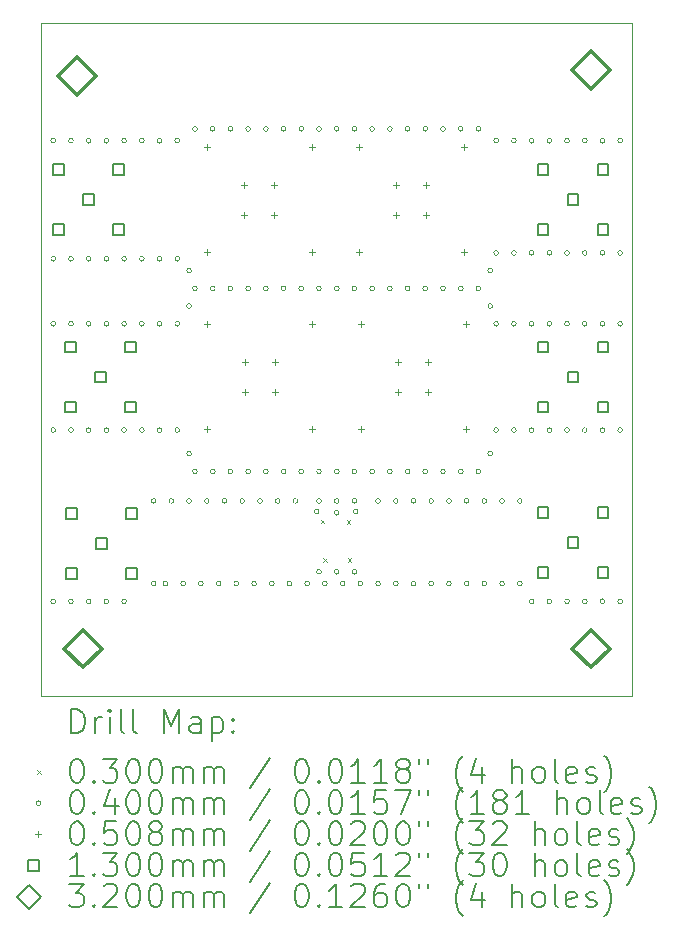
<source format=gbr>
%FSLAX45Y45*%
G04 Gerber Fmt 4.5, Leading zero omitted, Abs format (unit mm)*
G04 Created by KiCad (PCBNEW (6.0.0)) date 2022-07-22 11:55:12*
%MOMM*%
%LPD*%
G01*
G04 APERTURE LIST*
%TA.AperFunction,Profile*%
%ADD10C,0.100000*%
%TD*%
%ADD11C,0.200000*%
%ADD12C,0.030000*%
%ADD13C,0.040000*%
%ADD14C,0.050800*%
%ADD15C,0.130048*%
%ADD16C,0.320000*%
G04 APERTURE END LIST*
D10*
X13500000Y-9200000D02*
X18500000Y-9200000D01*
X18500000Y-3500000D02*
X13500000Y-3500000D01*
X13500000Y-3500000D02*
X13500000Y-9200000D01*
X18500000Y-9200000D02*
X18500000Y-3500000D01*
D11*
D12*
X15865000Y-7710000D02*
X15895000Y-7740000D01*
X15895000Y-7710000D02*
X15865000Y-7740000D01*
X15885000Y-8035000D02*
X15915000Y-8065000D01*
X15915000Y-8035000D02*
X15885000Y-8065000D01*
X16085000Y-7715000D02*
X16115000Y-7745000D01*
X16115000Y-7715000D02*
X16085000Y-7745000D01*
X16095000Y-8035000D02*
X16125000Y-8065000D01*
X16125000Y-8035000D02*
X16095000Y-8065000D01*
D13*
X13620000Y-4500000D02*
G75*
G03*
X13620000Y-4500000I-20000J0D01*
G01*
X13620000Y-5500000D02*
G75*
G03*
X13620000Y-5500000I-20000J0D01*
G01*
X13620000Y-6050000D02*
G75*
G03*
X13620000Y-6050000I-20000J0D01*
G01*
X13620000Y-6950000D02*
G75*
G03*
X13620000Y-6950000I-20000J0D01*
G01*
X13620000Y-8400000D02*
G75*
G03*
X13620000Y-8400000I-20000J0D01*
G01*
X13770000Y-4500000D02*
G75*
G03*
X13770000Y-4500000I-20000J0D01*
G01*
X13770000Y-5500000D02*
G75*
G03*
X13770000Y-5500000I-20000J0D01*
G01*
X13770000Y-6050000D02*
G75*
G03*
X13770000Y-6050000I-20000J0D01*
G01*
X13770000Y-6950000D02*
G75*
G03*
X13770000Y-6950000I-20000J0D01*
G01*
X13770000Y-8400000D02*
G75*
G03*
X13770000Y-8400000I-20000J0D01*
G01*
X13920000Y-4500000D02*
G75*
G03*
X13920000Y-4500000I-20000J0D01*
G01*
X13920000Y-5500000D02*
G75*
G03*
X13920000Y-5500000I-20000J0D01*
G01*
X13920000Y-6050000D02*
G75*
G03*
X13920000Y-6050000I-20000J0D01*
G01*
X13920000Y-6950000D02*
G75*
G03*
X13920000Y-6950000I-20000J0D01*
G01*
X13920000Y-8400000D02*
G75*
G03*
X13920000Y-8400000I-20000J0D01*
G01*
X14070000Y-4500000D02*
G75*
G03*
X14070000Y-4500000I-20000J0D01*
G01*
X14070000Y-5500000D02*
G75*
G03*
X14070000Y-5500000I-20000J0D01*
G01*
X14070000Y-6050000D02*
G75*
G03*
X14070000Y-6050000I-20000J0D01*
G01*
X14070000Y-6950000D02*
G75*
G03*
X14070000Y-6950000I-20000J0D01*
G01*
X14070000Y-8400000D02*
G75*
G03*
X14070000Y-8400000I-20000J0D01*
G01*
X14220000Y-4500000D02*
G75*
G03*
X14220000Y-4500000I-20000J0D01*
G01*
X14220000Y-5500000D02*
G75*
G03*
X14220000Y-5500000I-20000J0D01*
G01*
X14220000Y-6050000D02*
G75*
G03*
X14220000Y-6050000I-20000J0D01*
G01*
X14220000Y-6950000D02*
G75*
G03*
X14220000Y-6950000I-20000J0D01*
G01*
X14220000Y-8400000D02*
G75*
G03*
X14220000Y-8400000I-20000J0D01*
G01*
X14370000Y-4500000D02*
G75*
G03*
X14370000Y-4500000I-20000J0D01*
G01*
X14370000Y-5500000D02*
G75*
G03*
X14370000Y-5500000I-20000J0D01*
G01*
X14370000Y-6050000D02*
G75*
G03*
X14370000Y-6050000I-20000J0D01*
G01*
X14370000Y-6950000D02*
G75*
G03*
X14370000Y-6950000I-20000J0D01*
G01*
X14470000Y-7550000D02*
G75*
G03*
X14470000Y-7550000I-20000J0D01*
G01*
X14470000Y-8250000D02*
G75*
G03*
X14470000Y-8250000I-20000J0D01*
G01*
X14520000Y-4500000D02*
G75*
G03*
X14520000Y-4500000I-20000J0D01*
G01*
X14520000Y-5500000D02*
G75*
G03*
X14520000Y-5500000I-20000J0D01*
G01*
X14520000Y-6050000D02*
G75*
G03*
X14520000Y-6050000I-20000J0D01*
G01*
X14520000Y-6950000D02*
G75*
G03*
X14520000Y-6950000I-20000J0D01*
G01*
X14570000Y-8250000D02*
G75*
G03*
X14570000Y-8250000I-20000J0D01*
G01*
X14620000Y-7550000D02*
G75*
G03*
X14620000Y-7550000I-20000J0D01*
G01*
X14670000Y-4500000D02*
G75*
G03*
X14670000Y-4500000I-20000J0D01*
G01*
X14670000Y-5500000D02*
G75*
G03*
X14670000Y-5500000I-20000J0D01*
G01*
X14670000Y-6050000D02*
G75*
G03*
X14670000Y-6050000I-20000J0D01*
G01*
X14670000Y-6950000D02*
G75*
G03*
X14670000Y-6950000I-20000J0D01*
G01*
X14720000Y-8250000D02*
G75*
G03*
X14720000Y-8250000I-20000J0D01*
G01*
X14770000Y-5600000D02*
G75*
G03*
X14770000Y-5600000I-20000J0D01*
G01*
X14770000Y-5900000D02*
G75*
G03*
X14770000Y-5900000I-20000J0D01*
G01*
X14770000Y-7150000D02*
G75*
G03*
X14770000Y-7150000I-20000J0D01*
G01*
X14770000Y-7550000D02*
G75*
G03*
X14770000Y-7550000I-20000J0D01*
G01*
X14820000Y-4400000D02*
G75*
G03*
X14820000Y-4400000I-20000J0D01*
G01*
X14820000Y-5750000D02*
G75*
G03*
X14820000Y-5750000I-20000J0D01*
G01*
X14820000Y-7300000D02*
G75*
G03*
X14820000Y-7300000I-20000J0D01*
G01*
X14870000Y-8250000D02*
G75*
G03*
X14870000Y-8250000I-20000J0D01*
G01*
X14920000Y-7550000D02*
G75*
G03*
X14920000Y-7550000I-20000J0D01*
G01*
X14970000Y-4400000D02*
G75*
G03*
X14970000Y-4400000I-20000J0D01*
G01*
X14970000Y-5750000D02*
G75*
G03*
X14970000Y-5750000I-20000J0D01*
G01*
X14970000Y-7300000D02*
G75*
G03*
X14970000Y-7300000I-20000J0D01*
G01*
X15020000Y-8250000D02*
G75*
G03*
X15020000Y-8250000I-20000J0D01*
G01*
X15070000Y-7550000D02*
G75*
G03*
X15070000Y-7550000I-20000J0D01*
G01*
X15120000Y-4400000D02*
G75*
G03*
X15120000Y-4400000I-20000J0D01*
G01*
X15120000Y-5750000D02*
G75*
G03*
X15120000Y-5750000I-20000J0D01*
G01*
X15120000Y-7300000D02*
G75*
G03*
X15120000Y-7300000I-20000J0D01*
G01*
X15170000Y-8250000D02*
G75*
G03*
X15170000Y-8250000I-20000J0D01*
G01*
X15220000Y-7550000D02*
G75*
G03*
X15220000Y-7550000I-20000J0D01*
G01*
X15270000Y-4400000D02*
G75*
G03*
X15270000Y-4400000I-20000J0D01*
G01*
X15270000Y-5750000D02*
G75*
G03*
X15270000Y-5750000I-20000J0D01*
G01*
X15270000Y-7300000D02*
G75*
G03*
X15270000Y-7300000I-20000J0D01*
G01*
X15320000Y-8250000D02*
G75*
G03*
X15320000Y-8250000I-20000J0D01*
G01*
X15370000Y-7550000D02*
G75*
G03*
X15370000Y-7550000I-20000J0D01*
G01*
X15420000Y-4400000D02*
G75*
G03*
X15420000Y-4400000I-20000J0D01*
G01*
X15420000Y-5750000D02*
G75*
G03*
X15420000Y-5750000I-20000J0D01*
G01*
X15420000Y-7300000D02*
G75*
G03*
X15420000Y-7300000I-20000J0D01*
G01*
X15470000Y-8250000D02*
G75*
G03*
X15470000Y-8250000I-20000J0D01*
G01*
X15520000Y-7550000D02*
G75*
G03*
X15520000Y-7550000I-20000J0D01*
G01*
X15570000Y-4400000D02*
G75*
G03*
X15570000Y-4400000I-20000J0D01*
G01*
X15570000Y-5750000D02*
G75*
G03*
X15570000Y-5750000I-20000J0D01*
G01*
X15570000Y-7300000D02*
G75*
G03*
X15570000Y-7300000I-20000J0D01*
G01*
X15620000Y-8250000D02*
G75*
G03*
X15620000Y-8250000I-20000J0D01*
G01*
X15670000Y-7550000D02*
G75*
G03*
X15670000Y-7550000I-20000J0D01*
G01*
X15720000Y-4400000D02*
G75*
G03*
X15720000Y-4400000I-20000J0D01*
G01*
X15720000Y-5750000D02*
G75*
G03*
X15720000Y-5750000I-20000J0D01*
G01*
X15720000Y-7300000D02*
G75*
G03*
X15720000Y-7300000I-20000J0D01*
G01*
X15770000Y-8250000D02*
G75*
G03*
X15770000Y-8250000I-20000J0D01*
G01*
X15850000Y-7640000D02*
G75*
G03*
X15850000Y-7640000I-20000J0D01*
G01*
X15870000Y-4400000D02*
G75*
G03*
X15870000Y-4400000I-20000J0D01*
G01*
X15870000Y-5750000D02*
G75*
G03*
X15870000Y-5750000I-20000J0D01*
G01*
X15870000Y-7300000D02*
G75*
G03*
X15870000Y-7300000I-20000J0D01*
G01*
X15870000Y-7550000D02*
G75*
G03*
X15870000Y-7550000I-20000J0D01*
G01*
X15870000Y-8150000D02*
G75*
G03*
X15870000Y-8150000I-20000J0D01*
G01*
X15920000Y-8250000D02*
G75*
G03*
X15920000Y-8250000I-20000J0D01*
G01*
X16020000Y-4400000D02*
G75*
G03*
X16020000Y-4400000I-20000J0D01*
G01*
X16020000Y-5750000D02*
G75*
G03*
X16020000Y-5750000I-20000J0D01*
G01*
X16020000Y-7300000D02*
G75*
G03*
X16020000Y-7300000I-20000J0D01*
G01*
X16020000Y-7550000D02*
G75*
G03*
X16020000Y-7550000I-20000J0D01*
G01*
X16020000Y-7650000D02*
G75*
G03*
X16020000Y-7650000I-20000J0D01*
G01*
X16020000Y-8150000D02*
G75*
G03*
X16020000Y-8150000I-20000J0D01*
G01*
X16070000Y-8250000D02*
G75*
G03*
X16070000Y-8250000I-20000J0D01*
G01*
X16170000Y-4400000D02*
G75*
G03*
X16170000Y-4400000I-20000J0D01*
G01*
X16170000Y-5750000D02*
G75*
G03*
X16170000Y-5750000I-20000J0D01*
G01*
X16170000Y-7300000D02*
G75*
G03*
X16170000Y-7300000I-20000J0D01*
G01*
X16170000Y-7550000D02*
G75*
G03*
X16170000Y-7550000I-20000J0D01*
G01*
X16170000Y-8150000D02*
G75*
G03*
X16170000Y-8150000I-20000J0D01*
G01*
X16180000Y-7640000D02*
G75*
G03*
X16180000Y-7640000I-20000J0D01*
G01*
X16220000Y-8250000D02*
G75*
G03*
X16220000Y-8250000I-20000J0D01*
G01*
X16320000Y-4400000D02*
G75*
G03*
X16320000Y-4400000I-20000J0D01*
G01*
X16320000Y-5750000D02*
G75*
G03*
X16320000Y-5750000I-20000J0D01*
G01*
X16320000Y-7300000D02*
G75*
G03*
X16320000Y-7300000I-20000J0D01*
G01*
X16370000Y-7550000D02*
G75*
G03*
X16370000Y-7550000I-20000J0D01*
G01*
X16370000Y-8250000D02*
G75*
G03*
X16370000Y-8250000I-20000J0D01*
G01*
X16470000Y-4400000D02*
G75*
G03*
X16470000Y-4400000I-20000J0D01*
G01*
X16470000Y-5750000D02*
G75*
G03*
X16470000Y-5750000I-20000J0D01*
G01*
X16470000Y-7300000D02*
G75*
G03*
X16470000Y-7300000I-20000J0D01*
G01*
X16520000Y-7550000D02*
G75*
G03*
X16520000Y-7550000I-20000J0D01*
G01*
X16520000Y-8250000D02*
G75*
G03*
X16520000Y-8250000I-20000J0D01*
G01*
X16620000Y-4400000D02*
G75*
G03*
X16620000Y-4400000I-20000J0D01*
G01*
X16620000Y-5750000D02*
G75*
G03*
X16620000Y-5750000I-20000J0D01*
G01*
X16620000Y-7300000D02*
G75*
G03*
X16620000Y-7300000I-20000J0D01*
G01*
X16670000Y-7550000D02*
G75*
G03*
X16670000Y-7550000I-20000J0D01*
G01*
X16670000Y-8250000D02*
G75*
G03*
X16670000Y-8250000I-20000J0D01*
G01*
X16770000Y-4400000D02*
G75*
G03*
X16770000Y-4400000I-20000J0D01*
G01*
X16770000Y-5750000D02*
G75*
G03*
X16770000Y-5750000I-20000J0D01*
G01*
X16770000Y-7300000D02*
G75*
G03*
X16770000Y-7300000I-20000J0D01*
G01*
X16820000Y-7550000D02*
G75*
G03*
X16820000Y-7550000I-20000J0D01*
G01*
X16820000Y-8250000D02*
G75*
G03*
X16820000Y-8250000I-20000J0D01*
G01*
X16920000Y-4400000D02*
G75*
G03*
X16920000Y-4400000I-20000J0D01*
G01*
X16920000Y-5750000D02*
G75*
G03*
X16920000Y-5750000I-20000J0D01*
G01*
X16920000Y-7300000D02*
G75*
G03*
X16920000Y-7300000I-20000J0D01*
G01*
X16970000Y-7550000D02*
G75*
G03*
X16970000Y-7550000I-20000J0D01*
G01*
X16970000Y-8250000D02*
G75*
G03*
X16970000Y-8250000I-20000J0D01*
G01*
X17070000Y-4400000D02*
G75*
G03*
X17070000Y-4400000I-20000J0D01*
G01*
X17070000Y-5750000D02*
G75*
G03*
X17070000Y-5750000I-20000J0D01*
G01*
X17070000Y-7300000D02*
G75*
G03*
X17070000Y-7300000I-20000J0D01*
G01*
X17120000Y-7550000D02*
G75*
G03*
X17120000Y-7550000I-20000J0D01*
G01*
X17120000Y-8250000D02*
G75*
G03*
X17120000Y-8250000I-20000J0D01*
G01*
X17220000Y-4400000D02*
G75*
G03*
X17220000Y-4400000I-20000J0D01*
G01*
X17220000Y-5750000D02*
G75*
G03*
X17220000Y-5750000I-20000J0D01*
G01*
X17220000Y-7300000D02*
G75*
G03*
X17220000Y-7300000I-20000J0D01*
G01*
X17270000Y-7550000D02*
G75*
G03*
X17270000Y-7550000I-20000J0D01*
G01*
X17270000Y-8250000D02*
G75*
G03*
X17270000Y-8250000I-20000J0D01*
G01*
X17320000Y-5600000D02*
G75*
G03*
X17320000Y-5600000I-20000J0D01*
G01*
X17320000Y-5900000D02*
G75*
G03*
X17320000Y-5900000I-20000J0D01*
G01*
X17320000Y-7150000D02*
G75*
G03*
X17320000Y-7150000I-20000J0D01*
G01*
X17370000Y-4500000D02*
G75*
G03*
X17370000Y-4500000I-20000J0D01*
G01*
X17370000Y-5450000D02*
G75*
G03*
X17370000Y-5450000I-20000J0D01*
G01*
X17370000Y-6050000D02*
G75*
G03*
X17370000Y-6050000I-20000J0D01*
G01*
X17370000Y-6950000D02*
G75*
G03*
X17370000Y-6950000I-20000J0D01*
G01*
X17420000Y-7550000D02*
G75*
G03*
X17420000Y-7550000I-20000J0D01*
G01*
X17420000Y-8250000D02*
G75*
G03*
X17420000Y-8250000I-20000J0D01*
G01*
X17520000Y-4500000D02*
G75*
G03*
X17520000Y-4500000I-20000J0D01*
G01*
X17520000Y-5450000D02*
G75*
G03*
X17520000Y-5450000I-20000J0D01*
G01*
X17520000Y-6050000D02*
G75*
G03*
X17520000Y-6050000I-20000J0D01*
G01*
X17520000Y-6950000D02*
G75*
G03*
X17520000Y-6950000I-20000J0D01*
G01*
X17570000Y-7550000D02*
G75*
G03*
X17570000Y-7550000I-20000J0D01*
G01*
X17570000Y-8250000D02*
G75*
G03*
X17570000Y-8250000I-20000J0D01*
G01*
X17670000Y-4500000D02*
G75*
G03*
X17670000Y-4500000I-20000J0D01*
G01*
X17670000Y-5450000D02*
G75*
G03*
X17670000Y-5450000I-20000J0D01*
G01*
X17670000Y-6050000D02*
G75*
G03*
X17670000Y-6050000I-20000J0D01*
G01*
X17670000Y-6950000D02*
G75*
G03*
X17670000Y-6950000I-20000J0D01*
G01*
X17670000Y-8400000D02*
G75*
G03*
X17670000Y-8400000I-20000J0D01*
G01*
X17820000Y-4500000D02*
G75*
G03*
X17820000Y-4500000I-20000J0D01*
G01*
X17820000Y-5450000D02*
G75*
G03*
X17820000Y-5450000I-20000J0D01*
G01*
X17820000Y-6050000D02*
G75*
G03*
X17820000Y-6050000I-20000J0D01*
G01*
X17820000Y-6950000D02*
G75*
G03*
X17820000Y-6950000I-20000J0D01*
G01*
X17820000Y-8400000D02*
G75*
G03*
X17820000Y-8400000I-20000J0D01*
G01*
X17970000Y-4500000D02*
G75*
G03*
X17970000Y-4500000I-20000J0D01*
G01*
X17970000Y-5450000D02*
G75*
G03*
X17970000Y-5450000I-20000J0D01*
G01*
X17970000Y-6050000D02*
G75*
G03*
X17970000Y-6050000I-20000J0D01*
G01*
X17970000Y-6950000D02*
G75*
G03*
X17970000Y-6950000I-20000J0D01*
G01*
X17970000Y-8400000D02*
G75*
G03*
X17970000Y-8400000I-20000J0D01*
G01*
X18120000Y-4500000D02*
G75*
G03*
X18120000Y-4500000I-20000J0D01*
G01*
X18120000Y-5450000D02*
G75*
G03*
X18120000Y-5450000I-20000J0D01*
G01*
X18120000Y-6050000D02*
G75*
G03*
X18120000Y-6050000I-20000J0D01*
G01*
X18120000Y-6950000D02*
G75*
G03*
X18120000Y-6950000I-20000J0D01*
G01*
X18120000Y-8400000D02*
G75*
G03*
X18120000Y-8400000I-20000J0D01*
G01*
X18270000Y-4500000D02*
G75*
G03*
X18270000Y-4500000I-20000J0D01*
G01*
X18270000Y-5450000D02*
G75*
G03*
X18270000Y-5450000I-20000J0D01*
G01*
X18270000Y-6050000D02*
G75*
G03*
X18270000Y-6050000I-20000J0D01*
G01*
X18270000Y-6950000D02*
G75*
G03*
X18270000Y-6950000I-20000J0D01*
G01*
X18270000Y-8400000D02*
G75*
G03*
X18270000Y-8400000I-20000J0D01*
G01*
X18420000Y-4500000D02*
G75*
G03*
X18420000Y-4500000I-20000J0D01*
G01*
X18420000Y-5450000D02*
G75*
G03*
X18420000Y-5450000I-20000J0D01*
G01*
X18420000Y-6050000D02*
G75*
G03*
X18420000Y-6050000I-20000J0D01*
G01*
X18420000Y-6950000D02*
G75*
G03*
X18420000Y-6950000I-20000J0D01*
G01*
X18420000Y-8400000D02*
G75*
G03*
X18420000Y-8400000I-20000J0D01*
G01*
D14*
X14899100Y-4530100D02*
X14899100Y-4580900D01*
X14873700Y-4555500D02*
X14924500Y-4555500D01*
X14899100Y-5419100D02*
X14899100Y-5469900D01*
X14873700Y-5444500D02*
X14924500Y-5444500D01*
X14905500Y-6030100D02*
X14905500Y-6080900D01*
X14880100Y-6055500D02*
X14930900Y-6055500D01*
X14905500Y-6919100D02*
X14905500Y-6969900D01*
X14880100Y-6944500D02*
X14930900Y-6944500D01*
X15216600Y-4847600D02*
X15216600Y-4898400D01*
X15191200Y-4873000D02*
X15242000Y-4873000D01*
X15216600Y-5101600D02*
X15216600Y-5152400D01*
X15191200Y-5127000D02*
X15242000Y-5127000D01*
X15223000Y-6347600D02*
X15223000Y-6398400D01*
X15197600Y-6373000D02*
X15248400Y-6373000D01*
X15223000Y-6601600D02*
X15223000Y-6652400D01*
X15197600Y-6627000D02*
X15248400Y-6627000D01*
X15470600Y-4847600D02*
X15470600Y-4898400D01*
X15445200Y-4873000D02*
X15496000Y-4873000D01*
X15470600Y-5101600D02*
X15470600Y-5152400D01*
X15445200Y-5127000D02*
X15496000Y-5127000D01*
X15477000Y-6347600D02*
X15477000Y-6398400D01*
X15451600Y-6373000D02*
X15502400Y-6373000D01*
X15477000Y-6601600D02*
X15477000Y-6652400D01*
X15451600Y-6627000D02*
X15502400Y-6627000D01*
X15788100Y-4530100D02*
X15788100Y-4580900D01*
X15762700Y-4555500D02*
X15813500Y-4555500D01*
X15788100Y-5419100D02*
X15788100Y-5469900D01*
X15762700Y-5444500D02*
X15813500Y-5444500D01*
X15794500Y-6030100D02*
X15794500Y-6080900D01*
X15769100Y-6055500D02*
X15819900Y-6055500D01*
X15794500Y-6919100D02*
X15794500Y-6969900D01*
X15769100Y-6944500D02*
X15819900Y-6944500D01*
X16187200Y-4530100D02*
X16187200Y-4580900D01*
X16161800Y-4555500D02*
X16212600Y-4555500D01*
X16187200Y-5419100D02*
X16187200Y-5469900D01*
X16161800Y-5444500D02*
X16212600Y-5444500D01*
X16205500Y-6030100D02*
X16205500Y-6080900D01*
X16180100Y-6055500D02*
X16230900Y-6055500D01*
X16205500Y-6919100D02*
X16205500Y-6969900D01*
X16180100Y-6944500D02*
X16230900Y-6944500D01*
X16504700Y-4847600D02*
X16504700Y-4898400D01*
X16479300Y-4873000D02*
X16530100Y-4873000D01*
X16504700Y-5101600D02*
X16504700Y-5152400D01*
X16479300Y-5127000D02*
X16530100Y-5127000D01*
X16523000Y-6347600D02*
X16523000Y-6398400D01*
X16497600Y-6373000D02*
X16548400Y-6373000D01*
X16523000Y-6601600D02*
X16523000Y-6652400D01*
X16497600Y-6627000D02*
X16548400Y-6627000D01*
X16758700Y-4847600D02*
X16758700Y-4898400D01*
X16733300Y-4873000D02*
X16784100Y-4873000D01*
X16758700Y-5101600D02*
X16758700Y-5152400D01*
X16733300Y-5127000D02*
X16784100Y-5127000D01*
X16777000Y-6347600D02*
X16777000Y-6398400D01*
X16751600Y-6373000D02*
X16802400Y-6373000D01*
X16777000Y-6601600D02*
X16777000Y-6652400D01*
X16751600Y-6627000D02*
X16802400Y-6627000D01*
X17076200Y-4530100D02*
X17076200Y-4580900D01*
X17050800Y-4555500D02*
X17101600Y-4555500D01*
X17076200Y-5419100D02*
X17076200Y-5469900D01*
X17050800Y-5444500D02*
X17101600Y-5444500D01*
X17094500Y-6030100D02*
X17094500Y-6080900D01*
X17069100Y-6055500D02*
X17119900Y-6055500D01*
X17094500Y-6919100D02*
X17094500Y-6969900D01*
X17069100Y-6944500D02*
X17119900Y-6944500D01*
D15*
X13691979Y-4791979D02*
X13691979Y-4700021D01*
X13600021Y-4700021D01*
X13600021Y-4791979D01*
X13691979Y-4791979D01*
X13691979Y-5299979D02*
X13691979Y-5208021D01*
X13600021Y-5208021D01*
X13600021Y-5299979D01*
X13691979Y-5299979D01*
X13791979Y-6291979D02*
X13791979Y-6200021D01*
X13700021Y-6200021D01*
X13700021Y-6291979D01*
X13791979Y-6291979D01*
X13791979Y-6799979D02*
X13791979Y-6708021D01*
X13700021Y-6708021D01*
X13700021Y-6799979D01*
X13791979Y-6799979D01*
X13799084Y-7699979D02*
X13799084Y-7608021D01*
X13707125Y-7608021D01*
X13707125Y-7699979D01*
X13799084Y-7699979D01*
X13799084Y-8207979D02*
X13799084Y-8116021D01*
X13707125Y-8116021D01*
X13707125Y-8207979D01*
X13799084Y-8207979D01*
X13945979Y-5045979D02*
X13945979Y-4954021D01*
X13854021Y-4954021D01*
X13854021Y-5045979D01*
X13945979Y-5045979D01*
X14045979Y-6545979D02*
X14045979Y-6454021D01*
X13954021Y-6454021D01*
X13954021Y-6545979D01*
X14045979Y-6545979D01*
X14053084Y-7953979D02*
X14053084Y-7862021D01*
X13961125Y-7862021D01*
X13961125Y-7953979D01*
X14053084Y-7953979D01*
X14199979Y-4791979D02*
X14199979Y-4700021D01*
X14108021Y-4700021D01*
X14108021Y-4791979D01*
X14199979Y-4791979D01*
X14199979Y-5299979D02*
X14199979Y-5208021D01*
X14108021Y-5208021D01*
X14108021Y-5299979D01*
X14199979Y-5299979D01*
X14299979Y-6291979D02*
X14299979Y-6200021D01*
X14208021Y-6200021D01*
X14208021Y-6291979D01*
X14299979Y-6291979D01*
X14299979Y-6799979D02*
X14299979Y-6708021D01*
X14208021Y-6708021D01*
X14208021Y-6799979D01*
X14299979Y-6799979D01*
X14307084Y-7699979D02*
X14307084Y-7608021D01*
X14215125Y-7608021D01*
X14215125Y-7699979D01*
X14307084Y-7699979D01*
X14307084Y-8207979D02*
X14307084Y-8116021D01*
X14215125Y-8116021D01*
X14215125Y-8207979D01*
X14307084Y-8207979D01*
X17791979Y-4791979D02*
X17791979Y-4700021D01*
X17700021Y-4700021D01*
X17700021Y-4791979D01*
X17791979Y-4791979D01*
X17791979Y-5299979D02*
X17791979Y-5208021D01*
X17700021Y-5208021D01*
X17700021Y-5299979D01*
X17791979Y-5299979D01*
X17791979Y-6291979D02*
X17791979Y-6200021D01*
X17700021Y-6200021D01*
X17700021Y-6291979D01*
X17791979Y-6291979D01*
X17791979Y-6799979D02*
X17791979Y-6708021D01*
X17700021Y-6708021D01*
X17700021Y-6799979D01*
X17791979Y-6799979D01*
X17791979Y-7691979D02*
X17791979Y-7600021D01*
X17700021Y-7600021D01*
X17700021Y-7691979D01*
X17791979Y-7691979D01*
X17791979Y-8199979D02*
X17791979Y-8108021D01*
X17700021Y-8108021D01*
X17700021Y-8199979D01*
X17791979Y-8199979D01*
X18045979Y-5045979D02*
X18045979Y-4954021D01*
X17954021Y-4954021D01*
X17954021Y-5045979D01*
X18045979Y-5045979D01*
X18045979Y-6545979D02*
X18045979Y-6454021D01*
X17954021Y-6454021D01*
X17954021Y-6545979D01*
X18045979Y-6545979D01*
X18045979Y-7945979D02*
X18045979Y-7854021D01*
X17954021Y-7854021D01*
X17954021Y-7945979D01*
X18045979Y-7945979D01*
X18299979Y-4791979D02*
X18299979Y-4700021D01*
X18208021Y-4700021D01*
X18208021Y-4791979D01*
X18299979Y-4791979D01*
X18299979Y-5299979D02*
X18299979Y-5208021D01*
X18208021Y-5208021D01*
X18208021Y-5299979D01*
X18299979Y-5299979D01*
X18299979Y-6291979D02*
X18299979Y-6200021D01*
X18208021Y-6200021D01*
X18208021Y-6291979D01*
X18299979Y-6291979D01*
X18299979Y-6799979D02*
X18299979Y-6708021D01*
X18208021Y-6708021D01*
X18208021Y-6799979D01*
X18299979Y-6799979D01*
X18299979Y-7691979D02*
X18299979Y-7600021D01*
X18208021Y-7600021D01*
X18208021Y-7691979D01*
X18299979Y-7691979D01*
X18299979Y-8199979D02*
X18299979Y-8108021D01*
X18208021Y-8108021D01*
X18208021Y-8199979D01*
X18299979Y-8199979D01*
D16*
X13800000Y-4110000D02*
X13960000Y-3950000D01*
X13800000Y-3790000D01*
X13640000Y-3950000D01*
X13800000Y-4110000D01*
X13850000Y-8960000D02*
X14010000Y-8800000D01*
X13850000Y-8640000D01*
X13690000Y-8800000D01*
X13850000Y-8960000D01*
X18150000Y-4060000D02*
X18310000Y-3900000D01*
X18150000Y-3740000D01*
X17990000Y-3900000D01*
X18150000Y-4060000D01*
X18150000Y-8960000D02*
X18310000Y-8800000D01*
X18150000Y-8640000D01*
X17990000Y-8800000D01*
X18150000Y-8960000D01*
D11*
X13752619Y-9515476D02*
X13752619Y-9315476D01*
X13800238Y-9315476D01*
X13828809Y-9325000D01*
X13847857Y-9344048D01*
X13857381Y-9363095D01*
X13866905Y-9401190D01*
X13866905Y-9429762D01*
X13857381Y-9467857D01*
X13847857Y-9486905D01*
X13828809Y-9505952D01*
X13800238Y-9515476D01*
X13752619Y-9515476D01*
X13952619Y-9515476D02*
X13952619Y-9382143D01*
X13952619Y-9420238D02*
X13962143Y-9401190D01*
X13971667Y-9391667D01*
X13990714Y-9382143D01*
X14009762Y-9382143D01*
X14076428Y-9515476D02*
X14076428Y-9382143D01*
X14076428Y-9315476D02*
X14066905Y-9325000D01*
X14076428Y-9334524D01*
X14085952Y-9325000D01*
X14076428Y-9315476D01*
X14076428Y-9334524D01*
X14200238Y-9515476D02*
X14181190Y-9505952D01*
X14171667Y-9486905D01*
X14171667Y-9315476D01*
X14305000Y-9515476D02*
X14285952Y-9505952D01*
X14276428Y-9486905D01*
X14276428Y-9315476D01*
X14533571Y-9515476D02*
X14533571Y-9315476D01*
X14600238Y-9458333D01*
X14666905Y-9315476D01*
X14666905Y-9515476D01*
X14847857Y-9515476D02*
X14847857Y-9410714D01*
X14838333Y-9391667D01*
X14819286Y-9382143D01*
X14781190Y-9382143D01*
X14762143Y-9391667D01*
X14847857Y-9505952D02*
X14828809Y-9515476D01*
X14781190Y-9515476D01*
X14762143Y-9505952D01*
X14752619Y-9486905D01*
X14752619Y-9467857D01*
X14762143Y-9448810D01*
X14781190Y-9439286D01*
X14828809Y-9439286D01*
X14847857Y-9429762D01*
X14943095Y-9382143D02*
X14943095Y-9582143D01*
X14943095Y-9391667D02*
X14962143Y-9382143D01*
X15000238Y-9382143D01*
X15019286Y-9391667D01*
X15028809Y-9401190D01*
X15038333Y-9420238D01*
X15038333Y-9477381D01*
X15028809Y-9496429D01*
X15019286Y-9505952D01*
X15000238Y-9515476D01*
X14962143Y-9515476D01*
X14943095Y-9505952D01*
X15124048Y-9496429D02*
X15133571Y-9505952D01*
X15124048Y-9515476D01*
X15114524Y-9505952D01*
X15124048Y-9496429D01*
X15124048Y-9515476D01*
X15124048Y-9391667D02*
X15133571Y-9401190D01*
X15124048Y-9410714D01*
X15114524Y-9401190D01*
X15124048Y-9391667D01*
X15124048Y-9410714D01*
D12*
X13465000Y-9830000D02*
X13495000Y-9860000D01*
X13495000Y-9830000D02*
X13465000Y-9860000D01*
D11*
X13790714Y-9735476D02*
X13809762Y-9735476D01*
X13828809Y-9745000D01*
X13838333Y-9754524D01*
X13847857Y-9773571D01*
X13857381Y-9811667D01*
X13857381Y-9859286D01*
X13847857Y-9897381D01*
X13838333Y-9916429D01*
X13828809Y-9925952D01*
X13809762Y-9935476D01*
X13790714Y-9935476D01*
X13771667Y-9925952D01*
X13762143Y-9916429D01*
X13752619Y-9897381D01*
X13743095Y-9859286D01*
X13743095Y-9811667D01*
X13752619Y-9773571D01*
X13762143Y-9754524D01*
X13771667Y-9745000D01*
X13790714Y-9735476D01*
X13943095Y-9916429D02*
X13952619Y-9925952D01*
X13943095Y-9935476D01*
X13933571Y-9925952D01*
X13943095Y-9916429D01*
X13943095Y-9935476D01*
X14019286Y-9735476D02*
X14143095Y-9735476D01*
X14076428Y-9811667D01*
X14105000Y-9811667D01*
X14124048Y-9821190D01*
X14133571Y-9830714D01*
X14143095Y-9849762D01*
X14143095Y-9897381D01*
X14133571Y-9916429D01*
X14124048Y-9925952D01*
X14105000Y-9935476D01*
X14047857Y-9935476D01*
X14028809Y-9925952D01*
X14019286Y-9916429D01*
X14266905Y-9735476D02*
X14285952Y-9735476D01*
X14305000Y-9745000D01*
X14314524Y-9754524D01*
X14324048Y-9773571D01*
X14333571Y-9811667D01*
X14333571Y-9859286D01*
X14324048Y-9897381D01*
X14314524Y-9916429D01*
X14305000Y-9925952D01*
X14285952Y-9935476D01*
X14266905Y-9935476D01*
X14247857Y-9925952D01*
X14238333Y-9916429D01*
X14228809Y-9897381D01*
X14219286Y-9859286D01*
X14219286Y-9811667D01*
X14228809Y-9773571D01*
X14238333Y-9754524D01*
X14247857Y-9745000D01*
X14266905Y-9735476D01*
X14457381Y-9735476D02*
X14476428Y-9735476D01*
X14495476Y-9745000D01*
X14505000Y-9754524D01*
X14514524Y-9773571D01*
X14524048Y-9811667D01*
X14524048Y-9859286D01*
X14514524Y-9897381D01*
X14505000Y-9916429D01*
X14495476Y-9925952D01*
X14476428Y-9935476D01*
X14457381Y-9935476D01*
X14438333Y-9925952D01*
X14428809Y-9916429D01*
X14419286Y-9897381D01*
X14409762Y-9859286D01*
X14409762Y-9811667D01*
X14419286Y-9773571D01*
X14428809Y-9754524D01*
X14438333Y-9745000D01*
X14457381Y-9735476D01*
X14609762Y-9935476D02*
X14609762Y-9802143D01*
X14609762Y-9821190D02*
X14619286Y-9811667D01*
X14638333Y-9802143D01*
X14666905Y-9802143D01*
X14685952Y-9811667D01*
X14695476Y-9830714D01*
X14695476Y-9935476D01*
X14695476Y-9830714D02*
X14705000Y-9811667D01*
X14724048Y-9802143D01*
X14752619Y-9802143D01*
X14771667Y-9811667D01*
X14781190Y-9830714D01*
X14781190Y-9935476D01*
X14876428Y-9935476D02*
X14876428Y-9802143D01*
X14876428Y-9821190D02*
X14885952Y-9811667D01*
X14905000Y-9802143D01*
X14933571Y-9802143D01*
X14952619Y-9811667D01*
X14962143Y-9830714D01*
X14962143Y-9935476D01*
X14962143Y-9830714D02*
X14971667Y-9811667D01*
X14990714Y-9802143D01*
X15019286Y-9802143D01*
X15038333Y-9811667D01*
X15047857Y-9830714D01*
X15047857Y-9935476D01*
X15438333Y-9725952D02*
X15266905Y-9983095D01*
X15695476Y-9735476D02*
X15714524Y-9735476D01*
X15733571Y-9745000D01*
X15743095Y-9754524D01*
X15752619Y-9773571D01*
X15762143Y-9811667D01*
X15762143Y-9859286D01*
X15752619Y-9897381D01*
X15743095Y-9916429D01*
X15733571Y-9925952D01*
X15714524Y-9935476D01*
X15695476Y-9935476D01*
X15676428Y-9925952D01*
X15666905Y-9916429D01*
X15657381Y-9897381D01*
X15647857Y-9859286D01*
X15647857Y-9811667D01*
X15657381Y-9773571D01*
X15666905Y-9754524D01*
X15676428Y-9745000D01*
X15695476Y-9735476D01*
X15847857Y-9916429D02*
X15857381Y-9925952D01*
X15847857Y-9935476D01*
X15838333Y-9925952D01*
X15847857Y-9916429D01*
X15847857Y-9935476D01*
X15981190Y-9735476D02*
X16000238Y-9735476D01*
X16019286Y-9745000D01*
X16028809Y-9754524D01*
X16038333Y-9773571D01*
X16047857Y-9811667D01*
X16047857Y-9859286D01*
X16038333Y-9897381D01*
X16028809Y-9916429D01*
X16019286Y-9925952D01*
X16000238Y-9935476D01*
X15981190Y-9935476D01*
X15962143Y-9925952D01*
X15952619Y-9916429D01*
X15943095Y-9897381D01*
X15933571Y-9859286D01*
X15933571Y-9811667D01*
X15943095Y-9773571D01*
X15952619Y-9754524D01*
X15962143Y-9745000D01*
X15981190Y-9735476D01*
X16238333Y-9935476D02*
X16124048Y-9935476D01*
X16181190Y-9935476D02*
X16181190Y-9735476D01*
X16162143Y-9764048D01*
X16143095Y-9783095D01*
X16124048Y-9792619D01*
X16428809Y-9935476D02*
X16314524Y-9935476D01*
X16371667Y-9935476D02*
X16371667Y-9735476D01*
X16352619Y-9764048D01*
X16333571Y-9783095D01*
X16314524Y-9792619D01*
X16543095Y-9821190D02*
X16524048Y-9811667D01*
X16514524Y-9802143D01*
X16505000Y-9783095D01*
X16505000Y-9773571D01*
X16514524Y-9754524D01*
X16524048Y-9745000D01*
X16543095Y-9735476D01*
X16581190Y-9735476D01*
X16600238Y-9745000D01*
X16609762Y-9754524D01*
X16619286Y-9773571D01*
X16619286Y-9783095D01*
X16609762Y-9802143D01*
X16600238Y-9811667D01*
X16581190Y-9821190D01*
X16543095Y-9821190D01*
X16524048Y-9830714D01*
X16514524Y-9840238D01*
X16505000Y-9859286D01*
X16505000Y-9897381D01*
X16514524Y-9916429D01*
X16524048Y-9925952D01*
X16543095Y-9935476D01*
X16581190Y-9935476D01*
X16600238Y-9925952D01*
X16609762Y-9916429D01*
X16619286Y-9897381D01*
X16619286Y-9859286D01*
X16609762Y-9840238D01*
X16600238Y-9830714D01*
X16581190Y-9821190D01*
X16695476Y-9735476D02*
X16695476Y-9773571D01*
X16771667Y-9735476D02*
X16771667Y-9773571D01*
X17066905Y-10011667D02*
X17057381Y-10002143D01*
X17038333Y-9973571D01*
X17028810Y-9954524D01*
X17019286Y-9925952D01*
X17009762Y-9878333D01*
X17009762Y-9840238D01*
X17019286Y-9792619D01*
X17028810Y-9764048D01*
X17038333Y-9745000D01*
X17057381Y-9716429D01*
X17066905Y-9706905D01*
X17228810Y-9802143D02*
X17228810Y-9935476D01*
X17181190Y-9725952D02*
X17133571Y-9868810D01*
X17257381Y-9868810D01*
X17485952Y-9935476D02*
X17485952Y-9735476D01*
X17571667Y-9935476D02*
X17571667Y-9830714D01*
X17562143Y-9811667D01*
X17543095Y-9802143D01*
X17514524Y-9802143D01*
X17495476Y-9811667D01*
X17485952Y-9821190D01*
X17695476Y-9935476D02*
X17676429Y-9925952D01*
X17666905Y-9916429D01*
X17657381Y-9897381D01*
X17657381Y-9840238D01*
X17666905Y-9821190D01*
X17676429Y-9811667D01*
X17695476Y-9802143D01*
X17724048Y-9802143D01*
X17743095Y-9811667D01*
X17752619Y-9821190D01*
X17762143Y-9840238D01*
X17762143Y-9897381D01*
X17752619Y-9916429D01*
X17743095Y-9925952D01*
X17724048Y-9935476D01*
X17695476Y-9935476D01*
X17876429Y-9935476D02*
X17857381Y-9925952D01*
X17847857Y-9906905D01*
X17847857Y-9735476D01*
X18028810Y-9925952D02*
X18009762Y-9935476D01*
X17971667Y-9935476D01*
X17952619Y-9925952D01*
X17943095Y-9906905D01*
X17943095Y-9830714D01*
X17952619Y-9811667D01*
X17971667Y-9802143D01*
X18009762Y-9802143D01*
X18028810Y-9811667D01*
X18038333Y-9830714D01*
X18038333Y-9849762D01*
X17943095Y-9868810D01*
X18114524Y-9925952D02*
X18133571Y-9935476D01*
X18171667Y-9935476D01*
X18190714Y-9925952D01*
X18200238Y-9906905D01*
X18200238Y-9897381D01*
X18190714Y-9878333D01*
X18171667Y-9868810D01*
X18143095Y-9868810D01*
X18124048Y-9859286D01*
X18114524Y-9840238D01*
X18114524Y-9830714D01*
X18124048Y-9811667D01*
X18143095Y-9802143D01*
X18171667Y-9802143D01*
X18190714Y-9811667D01*
X18266905Y-10011667D02*
X18276429Y-10002143D01*
X18295476Y-9973571D01*
X18305000Y-9954524D01*
X18314524Y-9925952D01*
X18324048Y-9878333D01*
X18324048Y-9840238D01*
X18314524Y-9792619D01*
X18305000Y-9764048D01*
X18295476Y-9745000D01*
X18276429Y-9716429D01*
X18266905Y-9706905D01*
D13*
X13495000Y-10109000D02*
G75*
G03*
X13495000Y-10109000I-20000J0D01*
G01*
D11*
X13790714Y-9999476D02*
X13809762Y-9999476D01*
X13828809Y-10009000D01*
X13838333Y-10018524D01*
X13847857Y-10037571D01*
X13857381Y-10075667D01*
X13857381Y-10123286D01*
X13847857Y-10161381D01*
X13838333Y-10180429D01*
X13828809Y-10189952D01*
X13809762Y-10199476D01*
X13790714Y-10199476D01*
X13771667Y-10189952D01*
X13762143Y-10180429D01*
X13752619Y-10161381D01*
X13743095Y-10123286D01*
X13743095Y-10075667D01*
X13752619Y-10037571D01*
X13762143Y-10018524D01*
X13771667Y-10009000D01*
X13790714Y-9999476D01*
X13943095Y-10180429D02*
X13952619Y-10189952D01*
X13943095Y-10199476D01*
X13933571Y-10189952D01*
X13943095Y-10180429D01*
X13943095Y-10199476D01*
X14124048Y-10066143D02*
X14124048Y-10199476D01*
X14076428Y-9989952D02*
X14028809Y-10132810D01*
X14152619Y-10132810D01*
X14266905Y-9999476D02*
X14285952Y-9999476D01*
X14305000Y-10009000D01*
X14314524Y-10018524D01*
X14324048Y-10037571D01*
X14333571Y-10075667D01*
X14333571Y-10123286D01*
X14324048Y-10161381D01*
X14314524Y-10180429D01*
X14305000Y-10189952D01*
X14285952Y-10199476D01*
X14266905Y-10199476D01*
X14247857Y-10189952D01*
X14238333Y-10180429D01*
X14228809Y-10161381D01*
X14219286Y-10123286D01*
X14219286Y-10075667D01*
X14228809Y-10037571D01*
X14238333Y-10018524D01*
X14247857Y-10009000D01*
X14266905Y-9999476D01*
X14457381Y-9999476D02*
X14476428Y-9999476D01*
X14495476Y-10009000D01*
X14505000Y-10018524D01*
X14514524Y-10037571D01*
X14524048Y-10075667D01*
X14524048Y-10123286D01*
X14514524Y-10161381D01*
X14505000Y-10180429D01*
X14495476Y-10189952D01*
X14476428Y-10199476D01*
X14457381Y-10199476D01*
X14438333Y-10189952D01*
X14428809Y-10180429D01*
X14419286Y-10161381D01*
X14409762Y-10123286D01*
X14409762Y-10075667D01*
X14419286Y-10037571D01*
X14428809Y-10018524D01*
X14438333Y-10009000D01*
X14457381Y-9999476D01*
X14609762Y-10199476D02*
X14609762Y-10066143D01*
X14609762Y-10085190D02*
X14619286Y-10075667D01*
X14638333Y-10066143D01*
X14666905Y-10066143D01*
X14685952Y-10075667D01*
X14695476Y-10094714D01*
X14695476Y-10199476D01*
X14695476Y-10094714D02*
X14705000Y-10075667D01*
X14724048Y-10066143D01*
X14752619Y-10066143D01*
X14771667Y-10075667D01*
X14781190Y-10094714D01*
X14781190Y-10199476D01*
X14876428Y-10199476D02*
X14876428Y-10066143D01*
X14876428Y-10085190D02*
X14885952Y-10075667D01*
X14905000Y-10066143D01*
X14933571Y-10066143D01*
X14952619Y-10075667D01*
X14962143Y-10094714D01*
X14962143Y-10199476D01*
X14962143Y-10094714D02*
X14971667Y-10075667D01*
X14990714Y-10066143D01*
X15019286Y-10066143D01*
X15038333Y-10075667D01*
X15047857Y-10094714D01*
X15047857Y-10199476D01*
X15438333Y-9989952D02*
X15266905Y-10247095D01*
X15695476Y-9999476D02*
X15714524Y-9999476D01*
X15733571Y-10009000D01*
X15743095Y-10018524D01*
X15752619Y-10037571D01*
X15762143Y-10075667D01*
X15762143Y-10123286D01*
X15752619Y-10161381D01*
X15743095Y-10180429D01*
X15733571Y-10189952D01*
X15714524Y-10199476D01*
X15695476Y-10199476D01*
X15676428Y-10189952D01*
X15666905Y-10180429D01*
X15657381Y-10161381D01*
X15647857Y-10123286D01*
X15647857Y-10075667D01*
X15657381Y-10037571D01*
X15666905Y-10018524D01*
X15676428Y-10009000D01*
X15695476Y-9999476D01*
X15847857Y-10180429D02*
X15857381Y-10189952D01*
X15847857Y-10199476D01*
X15838333Y-10189952D01*
X15847857Y-10180429D01*
X15847857Y-10199476D01*
X15981190Y-9999476D02*
X16000238Y-9999476D01*
X16019286Y-10009000D01*
X16028809Y-10018524D01*
X16038333Y-10037571D01*
X16047857Y-10075667D01*
X16047857Y-10123286D01*
X16038333Y-10161381D01*
X16028809Y-10180429D01*
X16019286Y-10189952D01*
X16000238Y-10199476D01*
X15981190Y-10199476D01*
X15962143Y-10189952D01*
X15952619Y-10180429D01*
X15943095Y-10161381D01*
X15933571Y-10123286D01*
X15933571Y-10075667D01*
X15943095Y-10037571D01*
X15952619Y-10018524D01*
X15962143Y-10009000D01*
X15981190Y-9999476D01*
X16238333Y-10199476D02*
X16124048Y-10199476D01*
X16181190Y-10199476D02*
X16181190Y-9999476D01*
X16162143Y-10028048D01*
X16143095Y-10047095D01*
X16124048Y-10056619D01*
X16419286Y-9999476D02*
X16324048Y-9999476D01*
X16314524Y-10094714D01*
X16324048Y-10085190D01*
X16343095Y-10075667D01*
X16390714Y-10075667D01*
X16409762Y-10085190D01*
X16419286Y-10094714D01*
X16428809Y-10113762D01*
X16428809Y-10161381D01*
X16419286Y-10180429D01*
X16409762Y-10189952D01*
X16390714Y-10199476D01*
X16343095Y-10199476D01*
X16324048Y-10189952D01*
X16314524Y-10180429D01*
X16495476Y-9999476D02*
X16628809Y-9999476D01*
X16543095Y-10199476D01*
X16695476Y-9999476D02*
X16695476Y-10037571D01*
X16771667Y-9999476D02*
X16771667Y-10037571D01*
X17066905Y-10275667D02*
X17057381Y-10266143D01*
X17038333Y-10237571D01*
X17028810Y-10218524D01*
X17019286Y-10189952D01*
X17009762Y-10142333D01*
X17009762Y-10104238D01*
X17019286Y-10056619D01*
X17028810Y-10028048D01*
X17038333Y-10009000D01*
X17057381Y-9980429D01*
X17066905Y-9970905D01*
X17247857Y-10199476D02*
X17133571Y-10199476D01*
X17190714Y-10199476D02*
X17190714Y-9999476D01*
X17171667Y-10028048D01*
X17152619Y-10047095D01*
X17133571Y-10056619D01*
X17362143Y-10085190D02*
X17343095Y-10075667D01*
X17333571Y-10066143D01*
X17324048Y-10047095D01*
X17324048Y-10037571D01*
X17333571Y-10018524D01*
X17343095Y-10009000D01*
X17362143Y-9999476D01*
X17400238Y-9999476D01*
X17419286Y-10009000D01*
X17428810Y-10018524D01*
X17438333Y-10037571D01*
X17438333Y-10047095D01*
X17428810Y-10066143D01*
X17419286Y-10075667D01*
X17400238Y-10085190D01*
X17362143Y-10085190D01*
X17343095Y-10094714D01*
X17333571Y-10104238D01*
X17324048Y-10123286D01*
X17324048Y-10161381D01*
X17333571Y-10180429D01*
X17343095Y-10189952D01*
X17362143Y-10199476D01*
X17400238Y-10199476D01*
X17419286Y-10189952D01*
X17428810Y-10180429D01*
X17438333Y-10161381D01*
X17438333Y-10123286D01*
X17428810Y-10104238D01*
X17419286Y-10094714D01*
X17400238Y-10085190D01*
X17628810Y-10199476D02*
X17514524Y-10199476D01*
X17571667Y-10199476D02*
X17571667Y-9999476D01*
X17552619Y-10028048D01*
X17533571Y-10047095D01*
X17514524Y-10056619D01*
X17866905Y-10199476D02*
X17866905Y-9999476D01*
X17952619Y-10199476D02*
X17952619Y-10094714D01*
X17943095Y-10075667D01*
X17924048Y-10066143D01*
X17895476Y-10066143D01*
X17876429Y-10075667D01*
X17866905Y-10085190D01*
X18076429Y-10199476D02*
X18057381Y-10189952D01*
X18047857Y-10180429D01*
X18038333Y-10161381D01*
X18038333Y-10104238D01*
X18047857Y-10085190D01*
X18057381Y-10075667D01*
X18076429Y-10066143D01*
X18105000Y-10066143D01*
X18124048Y-10075667D01*
X18133571Y-10085190D01*
X18143095Y-10104238D01*
X18143095Y-10161381D01*
X18133571Y-10180429D01*
X18124048Y-10189952D01*
X18105000Y-10199476D01*
X18076429Y-10199476D01*
X18257381Y-10199476D02*
X18238333Y-10189952D01*
X18228810Y-10170905D01*
X18228810Y-9999476D01*
X18409762Y-10189952D02*
X18390714Y-10199476D01*
X18352619Y-10199476D01*
X18333571Y-10189952D01*
X18324048Y-10170905D01*
X18324048Y-10094714D01*
X18333571Y-10075667D01*
X18352619Y-10066143D01*
X18390714Y-10066143D01*
X18409762Y-10075667D01*
X18419286Y-10094714D01*
X18419286Y-10113762D01*
X18324048Y-10132810D01*
X18495476Y-10189952D02*
X18514524Y-10199476D01*
X18552619Y-10199476D01*
X18571667Y-10189952D01*
X18581190Y-10170905D01*
X18581190Y-10161381D01*
X18571667Y-10142333D01*
X18552619Y-10132810D01*
X18524048Y-10132810D01*
X18505000Y-10123286D01*
X18495476Y-10104238D01*
X18495476Y-10094714D01*
X18505000Y-10075667D01*
X18524048Y-10066143D01*
X18552619Y-10066143D01*
X18571667Y-10075667D01*
X18647857Y-10275667D02*
X18657381Y-10266143D01*
X18676429Y-10237571D01*
X18685952Y-10218524D01*
X18695476Y-10189952D01*
X18705000Y-10142333D01*
X18705000Y-10104238D01*
X18695476Y-10056619D01*
X18685952Y-10028048D01*
X18676429Y-10009000D01*
X18657381Y-9980429D01*
X18647857Y-9970905D01*
D14*
X13469600Y-10347600D02*
X13469600Y-10398400D01*
X13444200Y-10373000D02*
X13495000Y-10373000D01*
D11*
X13790714Y-10263476D02*
X13809762Y-10263476D01*
X13828809Y-10273000D01*
X13838333Y-10282524D01*
X13847857Y-10301571D01*
X13857381Y-10339667D01*
X13857381Y-10387286D01*
X13847857Y-10425381D01*
X13838333Y-10444429D01*
X13828809Y-10453952D01*
X13809762Y-10463476D01*
X13790714Y-10463476D01*
X13771667Y-10453952D01*
X13762143Y-10444429D01*
X13752619Y-10425381D01*
X13743095Y-10387286D01*
X13743095Y-10339667D01*
X13752619Y-10301571D01*
X13762143Y-10282524D01*
X13771667Y-10273000D01*
X13790714Y-10263476D01*
X13943095Y-10444429D02*
X13952619Y-10453952D01*
X13943095Y-10463476D01*
X13933571Y-10453952D01*
X13943095Y-10444429D01*
X13943095Y-10463476D01*
X14133571Y-10263476D02*
X14038333Y-10263476D01*
X14028809Y-10358714D01*
X14038333Y-10349190D01*
X14057381Y-10339667D01*
X14105000Y-10339667D01*
X14124048Y-10349190D01*
X14133571Y-10358714D01*
X14143095Y-10377762D01*
X14143095Y-10425381D01*
X14133571Y-10444429D01*
X14124048Y-10453952D01*
X14105000Y-10463476D01*
X14057381Y-10463476D01*
X14038333Y-10453952D01*
X14028809Y-10444429D01*
X14266905Y-10263476D02*
X14285952Y-10263476D01*
X14305000Y-10273000D01*
X14314524Y-10282524D01*
X14324048Y-10301571D01*
X14333571Y-10339667D01*
X14333571Y-10387286D01*
X14324048Y-10425381D01*
X14314524Y-10444429D01*
X14305000Y-10453952D01*
X14285952Y-10463476D01*
X14266905Y-10463476D01*
X14247857Y-10453952D01*
X14238333Y-10444429D01*
X14228809Y-10425381D01*
X14219286Y-10387286D01*
X14219286Y-10339667D01*
X14228809Y-10301571D01*
X14238333Y-10282524D01*
X14247857Y-10273000D01*
X14266905Y-10263476D01*
X14447857Y-10349190D02*
X14428809Y-10339667D01*
X14419286Y-10330143D01*
X14409762Y-10311095D01*
X14409762Y-10301571D01*
X14419286Y-10282524D01*
X14428809Y-10273000D01*
X14447857Y-10263476D01*
X14485952Y-10263476D01*
X14505000Y-10273000D01*
X14514524Y-10282524D01*
X14524048Y-10301571D01*
X14524048Y-10311095D01*
X14514524Y-10330143D01*
X14505000Y-10339667D01*
X14485952Y-10349190D01*
X14447857Y-10349190D01*
X14428809Y-10358714D01*
X14419286Y-10368238D01*
X14409762Y-10387286D01*
X14409762Y-10425381D01*
X14419286Y-10444429D01*
X14428809Y-10453952D01*
X14447857Y-10463476D01*
X14485952Y-10463476D01*
X14505000Y-10453952D01*
X14514524Y-10444429D01*
X14524048Y-10425381D01*
X14524048Y-10387286D01*
X14514524Y-10368238D01*
X14505000Y-10358714D01*
X14485952Y-10349190D01*
X14609762Y-10463476D02*
X14609762Y-10330143D01*
X14609762Y-10349190D02*
X14619286Y-10339667D01*
X14638333Y-10330143D01*
X14666905Y-10330143D01*
X14685952Y-10339667D01*
X14695476Y-10358714D01*
X14695476Y-10463476D01*
X14695476Y-10358714D02*
X14705000Y-10339667D01*
X14724048Y-10330143D01*
X14752619Y-10330143D01*
X14771667Y-10339667D01*
X14781190Y-10358714D01*
X14781190Y-10463476D01*
X14876428Y-10463476D02*
X14876428Y-10330143D01*
X14876428Y-10349190D02*
X14885952Y-10339667D01*
X14905000Y-10330143D01*
X14933571Y-10330143D01*
X14952619Y-10339667D01*
X14962143Y-10358714D01*
X14962143Y-10463476D01*
X14962143Y-10358714D02*
X14971667Y-10339667D01*
X14990714Y-10330143D01*
X15019286Y-10330143D01*
X15038333Y-10339667D01*
X15047857Y-10358714D01*
X15047857Y-10463476D01*
X15438333Y-10253952D02*
X15266905Y-10511095D01*
X15695476Y-10263476D02*
X15714524Y-10263476D01*
X15733571Y-10273000D01*
X15743095Y-10282524D01*
X15752619Y-10301571D01*
X15762143Y-10339667D01*
X15762143Y-10387286D01*
X15752619Y-10425381D01*
X15743095Y-10444429D01*
X15733571Y-10453952D01*
X15714524Y-10463476D01*
X15695476Y-10463476D01*
X15676428Y-10453952D01*
X15666905Y-10444429D01*
X15657381Y-10425381D01*
X15647857Y-10387286D01*
X15647857Y-10339667D01*
X15657381Y-10301571D01*
X15666905Y-10282524D01*
X15676428Y-10273000D01*
X15695476Y-10263476D01*
X15847857Y-10444429D02*
X15857381Y-10453952D01*
X15847857Y-10463476D01*
X15838333Y-10453952D01*
X15847857Y-10444429D01*
X15847857Y-10463476D01*
X15981190Y-10263476D02*
X16000238Y-10263476D01*
X16019286Y-10273000D01*
X16028809Y-10282524D01*
X16038333Y-10301571D01*
X16047857Y-10339667D01*
X16047857Y-10387286D01*
X16038333Y-10425381D01*
X16028809Y-10444429D01*
X16019286Y-10453952D01*
X16000238Y-10463476D01*
X15981190Y-10463476D01*
X15962143Y-10453952D01*
X15952619Y-10444429D01*
X15943095Y-10425381D01*
X15933571Y-10387286D01*
X15933571Y-10339667D01*
X15943095Y-10301571D01*
X15952619Y-10282524D01*
X15962143Y-10273000D01*
X15981190Y-10263476D01*
X16124048Y-10282524D02*
X16133571Y-10273000D01*
X16152619Y-10263476D01*
X16200238Y-10263476D01*
X16219286Y-10273000D01*
X16228809Y-10282524D01*
X16238333Y-10301571D01*
X16238333Y-10320619D01*
X16228809Y-10349190D01*
X16114524Y-10463476D01*
X16238333Y-10463476D01*
X16362143Y-10263476D02*
X16381190Y-10263476D01*
X16400238Y-10273000D01*
X16409762Y-10282524D01*
X16419286Y-10301571D01*
X16428809Y-10339667D01*
X16428809Y-10387286D01*
X16419286Y-10425381D01*
X16409762Y-10444429D01*
X16400238Y-10453952D01*
X16381190Y-10463476D01*
X16362143Y-10463476D01*
X16343095Y-10453952D01*
X16333571Y-10444429D01*
X16324048Y-10425381D01*
X16314524Y-10387286D01*
X16314524Y-10339667D01*
X16324048Y-10301571D01*
X16333571Y-10282524D01*
X16343095Y-10273000D01*
X16362143Y-10263476D01*
X16552619Y-10263476D02*
X16571667Y-10263476D01*
X16590714Y-10273000D01*
X16600238Y-10282524D01*
X16609762Y-10301571D01*
X16619286Y-10339667D01*
X16619286Y-10387286D01*
X16609762Y-10425381D01*
X16600238Y-10444429D01*
X16590714Y-10453952D01*
X16571667Y-10463476D01*
X16552619Y-10463476D01*
X16533571Y-10453952D01*
X16524048Y-10444429D01*
X16514524Y-10425381D01*
X16505000Y-10387286D01*
X16505000Y-10339667D01*
X16514524Y-10301571D01*
X16524048Y-10282524D01*
X16533571Y-10273000D01*
X16552619Y-10263476D01*
X16695476Y-10263476D02*
X16695476Y-10301571D01*
X16771667Y-10263476D02*
X16771667Y-10301571D01*
X17066905Y-10539667D02*
X17057381Y-10530143D01*
X17038333Y-10501571D01*
X17028810Y-10482524D01*
X17019286Y-10453952D01*
X17009762Y-10406333D01*
X17009762Y-10368238D01*
X17019286Y-10320619D01*
X17028810Y-10292048D01*
X17038333Y-10273000D01*
X17057381Y-10244429D01*
X17066905Y-10234905D01*
X17124048Y-10263476D02*
X17247857Y-10263476D01*
X17181190Y-10339667D01*
X17209762Y-10339667D01*
X17228810Y-10349190D01*
X17238333Y-10358714D01*
X17247857Y-10377762D01*
X17247857Y-10425381D01*
X17238333Y-10444429D01*
X17228810Y-10453952D01*
X17209762Y-10463476D01*
X17152619Y-10463476D01*
X17133571Y-10453952D01*
X17124048Y-10444429D01*
X17324048Y-10282524D02*
X17333571Y-10273000D01*
X17352619Y-10263476D01*
X17400238Y-10263476D01*
X17419286Y-10273000D01*
X17428810Y-10282524D01*
X17438333Y-10301571D01*
X17438333Y-10320619D01*
X17428810Y-10349190D01*
X17314524Y-10463476D01*
X17438333Y-10463476D01*
X17676429Y-10463476D02*
X17676429Y-10263476D01*
X17762143Y-10463476D02*
X17762143Y-10358714D01*
X17752619Y-10339667D01*
X17733571Y-10330143D01*
X17705000Y-10330143D01*
X17685952Y-10339667D01*
X17676429Y-10349190D01*
X17885952Y-10463476D02*
X17866905Y-10453952D01*
X17857381Y-10444429D01*
X17847857Y-10425381D01*
X17847857Y-10368238D01*
X17857381Y-10349190D01*
X17866905Y-10339667D01*
X17885952Y-10330143D01*
X17914524Y-10330143D01*
X17933571Y-10339667D01*
X17943095Y-10349190D01*
X17952619Y-10368238D01*
X17952619Y-10425381D01*
X17943095Y-10444429D01*
X17933571Y-10453952D01*
X17914524Y-10463476D01*
X17885952Y-10463476D01*
X18066905Y-10463476D02*
X18047857Y-10453952D01*
X18038333Y-10434905D01*
X18038333Y-10263476D01*
X18219286Y-10453952D02*
X18200238Y-10463476D01*
X18162143Y-10463476D01*
X18143095Y-10453952D01*
X18133571Y-10434905D01*
X18133571Y-10358714D01*
X18143095Y-10339667D01*
X18162143Y-10330143D01*
X18200238Y-10330143D01*
X18219286Y-10339667D01*
X18228810Y-10358714D01*
X18228810Y-10377762D01*
X18133571Y-10396810D01*
X18305000Y-10453952D02*
X18324048Y-10463476D01*
X18362143Y-10463476D01*
X18381190Y-10453952D01*
X18390714Y-10434905D01*
X18390714Y-10425381D01*
X18381190Y-10406333D01*
X18362143Y-10396810D01*
X18333571Y-10396810D01*
X18314524Y-10387286D01*
X18305000Y-10368238D01*
X18305000Y-10358714D01*
X18314524Y-10339667D01*
X18333571Y-10330143D01*
X18362143Y-10330143D01*
X18381190Y-10339667D01*
X18457381Y-10539667D02*
X18466905Y-10530143D01*
X18485952Y-10501571D01*
X18495476Y-10482524D01*
X18505000Y-10453952D01*
X18514524Y-10406333D01*
X18514524Y-10368238D01*
X18505000Y-10320619D01*
X18495476Y-10292048D01*
X18485952Y-10273000D01*
X18466905Y-10244429D01*
X18457381Y-10234905D01*
D15*
X13475955Y-10682979D02*
X13475955Y-10591021D01*
X13383997Y-10591021D01*
X13383997Y-10682979D01*
X13475955Y-10682979D01*
D11*
X13857381Y-10727476D02*
X13743095Y-10727476D01*
X13800238Y-10727476D02*
X13800238Y-10527476D01*
X13781190Y-10556048D01*
X13762143Y-10575095D01*
X13743095Y-10584619D01*
X13943095Y-10708429D02*
X13952619Y-10717952D01*
X13943095Y-10727476D01*
X13933571Y-10717952D01*
X13943095Y-10708429D01*
X13943095Y-10727476D01*
X14019286Y-10527476D02*
X14143095Y-10527476D01*
X14076428Y-10603667D01*
X14105000Y-10603667D01*
X14124048Y-10613190D01*
X14133571Y-10622714D01*
X14143095Y-10641762D01*
X14143095Y-10689381D01*
X14133571Y-10708429D01*
X14124048Y-10717952D01*
X14105000Y-10727476D01*
X14047857Y-10727476D01*
X14028809Y-10717952D01*
X14019286Y-10708429D01*
X14266905Y-10527476D02*
X14285952Y-10527476D01*
X14305000Y-10537000D01*
X14314524Y-10546524D01*
X14324048Y-10565571D01*
X14333571Y-10603667D01*
X14333571Y-10651286D01*
X14324048Y-10689381D01*
X14314524Y-10708429D01*
X14305000Y-10717952D01*
X14285952Y-10727476D01*
X14266905Y-10727476D01*
X14247857Y-10717952D01*
X14238333Y-10708429D01*
X14228809Y-10689381D01*
X14219286Y-10651286D01*
X14219286Y-10603667D01*
X14228809Y-10565571D01*
X14238333Y-10546524D01*
X14247857Y-10537000D01*
X14266905Y-10527476D01*
X14457381Y-10527476D02*
X14476428Y-10527476D01*
X14495476Y-10537000D01*
X14505000Y-10546524D01*
X14514524Y-10565571D01*
X14524048Y-10603667D01*
X14524048Y-10651286D01*
X14514524Y-10689381D01*
X14505000Y-10708429D01*
X14495476Y-10717952D01*
X14476428Y-10727476D01*
X14457381Y-10727476D01*
X14438333Y-10717952D01*
X14428809Y-10708429D01*
X14419286Y-10689381D01*
X14409762Y-10651286D01*
X14409762Y-10603667D01*
X14419286Y-10565571D01*
X14428809Y-10546524D01*
X14438333Y-10537000D01*
X14457381Y-10527476D01*
X14609762Y-10727476D02*
X14609762Y-10594143D01*
X14609762Y-10613190D02*
X14619286Y-10603667D01*
X14638333Y-10594143D01*
X14666905Y-10594143D01*
X14685952Y-10603667D01*
X14695476Y-10622714D01*
X14695476Y-10727476D01*
X14695476Y-10622714D02*
X14705000Y-10603667D01*
X14724048Y-10594143D01*
X14752619Y-10594143D01*
X14771667Y-10603667D01*
X14781190Y-10622714D01*
X14781190Y-10727476D01*
X14876428Y-10727476D02*
X14876428Y-10594143D01*
X14876428Y-10613190D02*
X14885952Y-10603667D01*
X14905000Y-10594143D01*
X14933571Y-10594143D01*
X14952619Y-10603667D01*
X14962143Y-10622714D01*
X14962143Y-10727476D01*
X14962143Y-10622714D02*
X14971667Y-10603667D01*
X14990714Y-10594143D01*
X15019286Y-10594143D01*
X15038333Y-10603667D01*
X15047857Y-10622714D01*
X15047857Y-10727476D01*
X15438333Y-10517952D02*
X15266905Y-10775095D01*
X15695476Y-10527476D02*
X15714524Y-10527476D01*
X15733571Y-10537000D01*
X15743095Y-10546524D01*
X15752619Y-10565571D01*
X15762143Y-10603667D01*
X15762143Y-10651286D01*
X15752619Y-10689381D01*
X15743095Y-10708429D01*
X15733571Y-10717952D01*
X15714524Y-10727476D01*
X15695476Y-10727476D01*
X15676428Y-10717952D01*
X15666905Y-10708429D01*
X15657381Y-10689381D01*
X15647857Y-10651286D01*
X15647857Y-10603667D01*
X15657381Y-10565571D01*
X15666905Y-10546524D01*
X15676428Y-10537000D01*
X15695476Y-10527476D01*
X15847857Y-10708429D02*
X15857381Y-10717952D01*
X15847857Y-10727476D01*
X15838333Y-10717952D01*
X15847857Y-10708429D01*
X15847857Y-10727476D01*
X15981190Y-10527476D02*
X16000238Y-10527476D01*
X16019286Y-10537000D01*
X16028809Y-10546524D01*
X16038333Y-10565571D01*
X16047857Y-10603667D01*
X16047857Y-10651286D01*
X16038333Y-10689381D01*
X16028809Y-10708429D01*
X16019286Y-10717952D01*
X16000238Y-10727476D01*
X15981190Y-10727476D01*
X15962143Y-10717952D01*
X15952619Y-10708429D01*
X15943095Y-10689381D01*
X15933571Y-10651286D01*
X15933571Y-10603667D01*
X15943095Y-10565571D01*
X15952619Y-10546524D01*
X15962143Y-10537000D01*
X15981190Y-10527476D01*
X16228809Y-10527476D02*
X16133571Y-10527476D01*
X16124048Y-10622714D01*
X16133571Y-10613190D01*
X16152619Y-10603667D01*
X16200238Y-10603667D01*
X16219286Y-10613190D01*
X16228809Y-10622714D01*
X16238333Y-10641762D01*
X16238333Y-10689381D01*
X16228809Y-10708429D01*
X16219286Y-10717952D01*
X16200238Y-10727476D01*
X16152619Y-10727476D01*
X16133571Y-10717952D01*
X16124048Y-10708429D01*
X16428809Y-10727476D02*
X16314524Y-10727476D01*
X16371667Y-10727476D02*
X16371667Y-10527476D01*
X16352619Y-10556048D01*
X16333571Y-10575095D01*
X16314524Y-10584619D01*
X16505000Y-10546524D02*
X16514524Y-10537000D01*
X16533571Y-10527476D01*
X16581190Y-10527476D01*
X16600238Y-10537000D01*
X16609762Y-10546524D01*
X16619286Y-10565571D01*
X16619286Y-10584619D01*
X16609762Y-10613190D01*
X16495476Y-10727476D01*
X16619286Y-10727476D01*
X16695476Y-10527476D02*
X16695476Y-10565571D01*
X16771667Y-10527476D02*
X16771667Y-10565571D01*
X17066905Y-10803667D02*
X17057381Y-10794143D01*
X17038333Y-10765571D01*
X17028810Y-10746524D01*
X17019286Y-10717952D01*
X17009762Y-10670333D01*
X17009762Y-10632238D01*
X17019286Y-10584619D01*
X17028810Y-10556048D01*
X17038333Y-10537000D01*
X17057381Y-10508429D01*
X17066905Y-10498905D01*
X17124048Y-10527476D02*
X17247857Y-10527476D01*
X17181190Y-10603667D01*
X17209762Y-10603667D01*
X17228810Y-10613190D01*
X17238333Y-10622714D01*
X17247857Y-10641762D01*
X17247857Y-10689381D01*
X17238333Y-10708429D01*
X17228810Y-10717952D01*
X17209762Y-10727476D01*
X17152619Y-10727476D01*
X17133571Y-10717952D01*
X17124048Y-10708429D01*
X17371667Y-10527476D02*
X17390714Y-10527476D01*
X17409762Y-10537000D01*
X17419286Y-10546524D01*
X17428810Y-10565571D01*
X17438333Y-10603667D01*
X17438333Y-10651286D01*
X17428810Y-10689381D01*
X17419286Y-10708429D01*
X17409762Y-10717952D01*
X17390714Y-10727476D01*
X17371667Y-10727476D01*
X17352619Y-10717952D01*
X17343095Y-10708429D01*
X17333571Y-10689381D01*
X17324048Y-10651286D01*
X17324048Y-10603667D01*
X17333571Y-10565571D01*
X17343095Y-10546524D01*
X17352619Y-10537000D01*
X17371667Y-10527476D01*
X17676429Y-10727476D02*
X17676429Y-10527476D01*
X17762143Y-10727476D02*
X17762143Y-10622714D01*
X17752619Y-10603667D01*
X17733571Y-10594143D01*
X17705000Y-10594143D01*
X17685952Y-10603667D01*
X17676429Y-10613190D01*
X17885952Y-10727476D02*
X17866905Y-10717952D01*
X17857381Y-10708429D01*
X17847857Y-10689381D01*
X17847857Y-10632238D01*
X17857381Y-10613190D01*
X17866905Y-10603667D01*
X17885952Y-10594143D01*
X17914524Y-10594143D01*
X17933571Y-10603667D01*
X17943095Y-10613190D01*
X17952619Y-10632238D01*
X17952619Y-10689381D01*
X17943095Y-10708429D01*
X17933571Y-10717952D01*
X17914524Y-10727476D01*
X17885952Y-10727476D01*
X18066905Y-10727476D02*
X18047857Y-10717952D01*
X18038333Y-10698905D01*
X18038333Y-10527476D01*
X18219286Y-10717952D02*
X18200238Y-10727476D01*
X18162143Y-10727476D01*
X18143095Y-10717952D01*
X18133571Y-10698905D01*
X18133571Y-10622714D01*
X18143095Y-10603667D01*
X18162143Y-10594143D01*
X18200238Y-10594143D01*
X18219286Y-10603667D01*
X18228810Y-10622714D01*
X18228810Y-10641762D01*
X18133571Y-10660810D01*
X18305000Y-10717952D02*
X18324048Y-10727476D01*
X18362143Y-10727476D01*
X18381190Y-10717952D01*
X18390714Y-10698905D01*
X18390714Y-10689381D01*
X18381190Y-10670333D01*
X18362143Y-10660810D01*
X18333571Y-10660810D01*
X18314524Y-10651286D01*
X18305000Y-10632238D01*
X18305000Y-10622714D01*
X18314524Y-10603667D01*
X18333571Y-10594143D01*
X18362143Y-10594143D01*
X18381190Y-10603667D01*
X18457381Y-10803667D02*
X18466905Y-10794143D01*
X18485952Y-10765571D01*
X18495476Y-10746524D01*
X18505000Y-10717952D01*
X18514524Y-10670333D01*
X18514524Y-10632238D01*
X18505000Y-10584619D01*
X18495476Y-10556048D01*
X18485952Y-10537000D01*
X18466905Y-10508429D01*
X18457381Y-10498905D01*
X13395000Y-11001000D02*
X13495000Y-10901000D01*
X13395000Y-10801000D01*
X13295000Y-10901000D01*
X13395000Y-11001000D01*
X13733571Y-10791476D02*
X13857381Y-10791476D01*
X13790714Y-10867667D01*
X13819286Y-10867667D01*
X13838333Y-10877190D01*
X13847857Y-10886714D01*
X13857381Y-10905762D01*
X13857381Y-10953381D01*
X13847857Y-10972429D01*
X13838333Y-10981952D01*
X13819286Y-10991476D01*
X13762143Y-10991476D01*
X13743095Y-10981952D01*
X13733571Y-10972429D01*
X13943095Y-10972429D02*
X13952619Y-10981952D01*
X13943095Y-10991476D01*
X13933571Y-10981952D01*
X13943095Y-10972429D01*
X13943095Y-10991476D01*
X14028809Y-10810524D02*
X14038333Y-10801000D01*
X14057381Y-10791476D01*
X14105000Y-10791476D01*
X14124048Y-10801000D01*
X14133571Y-10810524D01*
X14143095Y-10829571D01*
X14143095Y-10848619D01*
X14133571Y-10877190D01*
X14019286Y-10991476D01*
X14143095Y-10991476D01*
X14266905Y-10791476D02*
X14285952Y-10791476D01*
X14305000Y-10801000D01*
X14314524Y-10810524D01*
X14324048Y-10829571D01*
X14333571Y-10867667D01*
X14333571Y-10915286D01*
X14324048Y-10953381D01*
X14314524Y-10972429D01*
X14305000Y-10981952D01*
X14285952Y-10991476D01*
X14266905Y-10991476D01*
X14247857Y-10981952D01*
X14238333Y-10972429D01*
X14228809Y-10953381D01*
X14219286Y-10915286D01*
X14219286Y-10867667D01*
X14228809Y-10829571D01*
X14238333Y-10810524D01*
X14247857Y-10801000D01*
X14266905Y-10791476D01*
X14457381Y-10791476D02*
X14476428Y-10791476D01*
X14495476Y-10801000D01*
X14505000Y-10810524D01*
X14514524Y-10829571D01*
X14524048Y-10867667D01*
X14524048Y-10915286D01*
X14514524Y-10953381D01*
X14505000Y-10972429D01*
X14495476Y-10981952D01*
X14476428Y-10991476D01*
X14457381Y-10991476D01*
X14438333Y-10981952D01*
X14428809Y-10972429D01*
X14419286Y-10953381D01*
X14409762Y-10915286D01*
X14409762Y-10867667D01*
X14419286Y-10829571D01*
X14428809Y-10810524D01*
X14438333Y-10801000D01*
X14457381Y-10791476D01*
X14609762Y-10991476D02*
X14609762Y-10858143D01*
X14609762Y-10877190D02*
X14619286Y-10867667D01*
X14638333Y-10858143D01*
X14666905Y-10858143D01*
X14685952Y-10867667D01*
X14695476Y-10886714D01*
X14695476Y-10991476D01*
X14695476Y-10886714D02*
X14705000Y-10867667D01*
X14724048Y-10858143D01*
X14752619Y-10858143D01*
X14771667Y-10867667D01*
X14781190Y-10886714D01*
X14781190Y-10991476D01*
X14876428Y-10991476D02*
X14876428Y-10858143D01*
X14876428Y-10877190D02*
X14885952Y-10867667D01*
X14905000Y-10858143D01*
X14933571Y-10858143D01*
X14952619Y-10867667D01*
X14962143Y-10886714D01*
X14962143Y-10991476D01*
X14962143Y-10886714D02*
X14971667Y-10867667D01*
X14990714Y-10858143D01*
X15019286Y-10858143D01*
X15038333Y-10867667D01*
X15047857Y-10886714D01*
X15047857Y-10991476D01*
X15438333Y-10781952D02*
X15266905Y-11039095D01*
X15695476Y-10791476D02*
X15714524Y-10791476D01*
X15733571Y-10801000D01*
X15743095Y-10810524D01*
X15752619Y-10829571D01*
X15762143Y-10867667D01*
X15762143Y-10915286D01*
X15752619Y-10953381D01*
X15743095Y-10972429D01*
X15733571Y-10981952D01*
X15714524Y-10991476D01*
X15695476Y-10991476D01*
X15676428Y-10981952D01*
X15666905Y-10972429D01*
X15657381Y-10953381D01*
X15647857Y-10915286D01*
X15647857Y-10867667D01*
X15657381Y-10829571D01*
X15666905Y-10810524D01*
X15676428Y-10801000D01*
X15695476Y-10791476D01*
X15847857Y-10972429D02*
X15857381Y-10981952D01*
X15847857Y-10991476D01*
X15838333Y-10981952D01*
X15847857Y-10972429D01*
X15847857Y-10991476D01*
X16047857Y-10991476D02*
X15933571Y-10991476D01*
X15990714Y-10991476D02*
X15990714Y-10791476D01*
X15971667Y-10820048D01*
X15952619Y-10839095D01*
X15933571Y-10848619D01*
X16124048Y-10810524D02*
X16133571Y-10801000D01*
X16152619Y-10791476D01*
X16200238Y-10791476D01*
X16219286Y-10801000D01*
X16228809Y-10810524D01*
X16238333Y-10829571D01*
X16238333Y-10848619D01*
X16228809Y-10877190D01*
X16114524Y-10991476D01*
X16238333Y-10991476D01*
X16409762Y-10791476D02*
X16371667Y-10791476D01*
X16352619Y-10801000D01*
X16343095Y-10810524D01*
X16324048Y-10839095D01*
X16314524Y-10877190D01*
X16314524Y-10953381D01*
X16324048Y-10972429D01*
X16333571Y-10981952D01*
X16352619Y-10991476D01*
X16390714Y-10991476D01*
X16409762Y-10981952D01*
X16419286Y-10972429D01*
X16428809Y-10953381D01*
X16428809Y-10905762D01*
X16419286Y-10886714D01*
X16409762Y-10877190D01*
X16390714Y-10867667D01*
X16352619Y-10867667D01*
X16333571Y-10877190D01*
X16324048Y-10886714D01*
X16314524Y-10905762D01*
X16552619Y-10791476D02*
X16571667Y-10791476D01*
X16590714Y-10801000D01*
X16600238Y-10810524D01*
X16609762Y-10829571D01*
X16619286Y-10867667D01*
X16619286Y-10915286D01*
X16609762Y-10953381D01*
X16600238Y-10972429D01*
X16590714Y-10981952D01*
X16571667Y-10991476D01*
X16552619Y-10991476D01*
X16533571Y-10981952D01*
X16524048Y-10972429D01*
X16514524Y-10953381D01*
X16505000Y-10915286D01*
X16505000Y-10867667D01*
X16514524Y-10829571D01*
X16524048Y-10810524D01*
X16533571Y-10801000D01*
X16552619Y-10791476D01*
X16695476Y-10791476D02*
X16695476Y-10829571D01*
X16771667Y-10791476D02*
X16771667Y-10829571D01*
X17066905Y-11067667D02*
X17057381Y-11058143D01*
X17038333Y-11029571D01*
X17028810Y-11010524D01*
X17019286Y-10981952D01*
X17009762Y-10934333D01*
X17009762Y-10896238D01*
X17019286Y-10848619D01*
X17028810Y-10820048D01*
X17038333Y-10801000D01*
X17057381Y-10772429D01*
X17066905Y-10762905D01*
X17228810Y-10858143D02*
X17228810Y-10991476D01*
X17181190Y-10781952D02*
X17133571Y-10924810D01*
X17257381Y-10924810D01*
X17485952Y-10991476D02*
X17485952Y-10791476D01*
X17571667Y-10991476D02*
X17571667Y-10886714D01*
X17562143Y-10867667D01*
X17543095Y-10858143D01*
X17514524Y-10858143D01*
X17495476Y-10867667D01*
X17485952Y-10877190D01*
X17695476Y-10991476D02*
X17676429Y-10981952D01*
X17666905Y-10972429D01*
X17657381Y-10953381D01*
X17657381Y-10896238D01*
X17666905Y-10877190D01*
X17676429Y-10867667D01*
X17695476Y-10858143D01*
X17724048Y-10858143D01*
X17743095Y-10867667D01*
X17752619Y-10877190D01*
X17762143Y-10896238D01*
X17762143Y-10953381D01*
X17752619Y-10972429D01*
X17743095Y-10981952D01*
X17724048Y-10991476D01*
X17695476Y-10991476D01*
X17876429Y-10991476D02*
X17857381Y-10981952D01*
X17847857Y-10962905D01*
X17847857Y-10791476D01*
X18028810Y-10981952D02*
X18009762Y-10991476D01*
X17971667Y-10991476D01*
X17952619Y-10981952D01*
X17943095Y-10962905D01*
X17943095Y-10886714D01*
X17952619Y-10867667D01*
X17971667Y-10858143D01*
X18009762Y-10858143D01*
X18028810Y-10867667D01*
X18038333Y-10886714D01*
X18038333Y-10905762D01*
X17943095Y-10924810D01*
X18114524Y-10981952D02*
X18133571Y-10991476D01*
X18171667Y-10991476D01*
X18190714Y-10981952D01*
X18200238Y-10962905D01*
X18200238Y-10953381D01*
X18190714Y-10934333D01*
X18171667Y-10924810D01*
X18143095Y-10924810D01*
X18124048Y-10915286D01*
X18114524Y-10896238D01*
X18114524Y-10886714D01*
X18124048Y-10867667D01*
X18143095Y-10858143D01*
X18171667Y-10858143D01*
X18190714Y-10867667D01*
X18266905Y-11067667D02*
X18276429Y-11058143D01*
X18295476Y-11029571D01*
X18305000Y-11010524D01*
X18314524Y-10981952D01*
X18324048Y-10934333D01*
X18324048Y-10896238D01*
X18314524Y-10848619D01*
X18305000Y-10820048D01*
X18295476Y-10801000D01*
X18276429Y-10772429D01*
X18266905Y-10762905D01*
M02*

</source>
